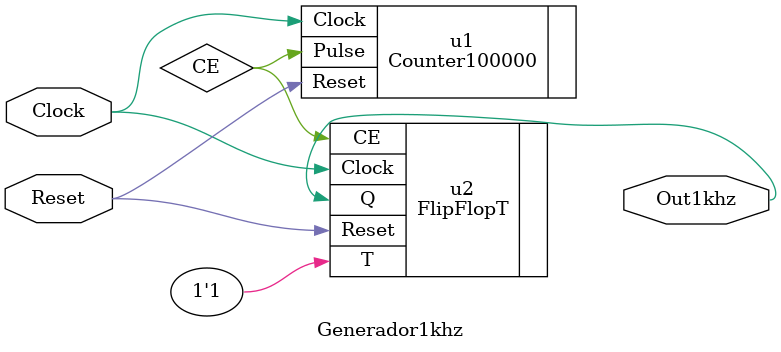
<source format=v>
`timescale 1ns / 1ps


module Generador1khz(
    input Clock,
    input Reset,
    output Out1khz
    );

wire CE;
Counter100000 u1(
    .Clock(Clock),
    .Reset(Reset),
    .Pulse(CE));
    
FlipFlopT u2(
            .Clock(Clock), 
            .Reset(Reset),
            .CE(CE),
            .T(1'b1), 
            .Q(Out1khz));
endmodule

</source>
